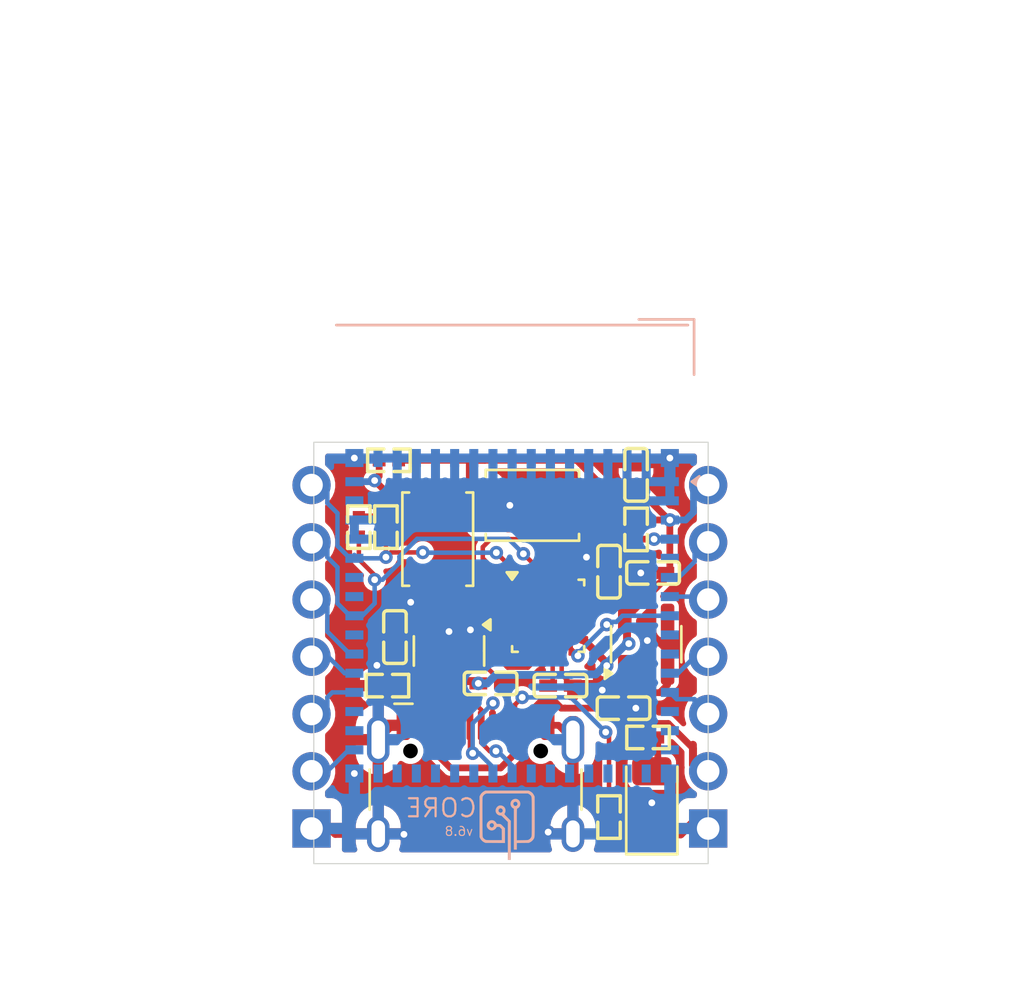
<source format=kicad_pcb>
(kicad_pcb (version 20241229) (generator "pcbnew") (generator_version "9.0")
  (layers (0 "F.Cu" signal) (2 "B.Cu" signal) (13 "F.Paste" user) (15 "B.Paste" user) (5 "F.SilkS" user "F.Silkscreen") (7 "B.SilkS" user "B.Silkscreen") (1 "F.Mask" user) (3 "B.Mask" user) (25 "Edge.Cuts" user))
  (net 0 "")
  (net 1 "BOOT")
  (net 2 "GND")
  (net 3 "+5V")
  (net 4 "Net-(D1-A)")
  (net 5 "USB_D_MINUS")
  (net 6 "USB_D_PLUS")
  (net 7 "EN")
  (net 15 "IO8")
  (net 17 "+3.3V")
  (net 19 "SDA")
  (net 20 "SCL")
  (net 25 "IO5")
  (net 27 "IO4")
  (net 30 "IO7")
  (net 36 "INT")
  (net 37 "IO2")
  (net 38 "IO6")
  (net 39 "IO3")
  (net 40 "IO1")
  (net 42 "Net-(J2-CC1)")
  (net 43 "Net-(J2-CC2)")
  (net 49 "Net-(U1-VO)")
  (net 50 "Net-(U2-REGOUT)")
  (footprint "Package_TO_SOT_SMD:SOT-23-5" (layer "F.Cu") (at 174.15 101.4625 90)
    (property "Reference" "U3" (hide yes))
    (property "Value" "AP2112K-3.3" (hide yes))
    (pad "1" smd roundrect (at -1.1375 -0.95 90) (size 1.325 0.6) (layers "F.Cu" "F.Mask" "F.Paste") (net 3 "+5V"))
    (pad "2" smd roundrect (at -1.1375 0 90) (size 1.325 0.6) (layers "F.Cu" "F.Mask" "F.Paste") (net 2 "GND"))
    (pad "3" smd roundrect (at -1.1375 0.95 90) (size 1.325 0.6) (layers "F.Cu" "F.Mask" "F.Paste") (net 3 "+5V"))
    (pad "4" smd roundrect (at 1.1375 0.95 90) (size 1.325 0.6) (layers "F.Cu" "F.Mask" "F.Paste"))
    (pad "5" smd roundrect (at 1.1375 -0.95 90) (size 1.325 0.6) (layers "F.Cu" "F.Mask" "F.Paste") (net 17 "+3.3V"))
  )
  (footprint "LED_SMD:LED_1206_3216Metric" (layer "F.Cu") (at 174.4 108.5 90)
    (property "Reference" "D1" (hide yes))
    (property "Value" "LTST-C150RKT" (hide yes))
    (pad "1" smd roundrect (at -1.4 0 90) (size 1.25 1.75) (layers "F.Cu" "F.Mask" "F.Paste") (roundrect_rratio 0.2) (net 2 "GND"))
    (pad "2" smd roundrect (at 1.4 0 90) (size 1.25 1.75) (layers "F.Cu" "F.Mask" "F.Paste") (roundrect_rratio 0.2) (net 4 "Net-(D1-A)"))
  )
  (footprint "Connector_PinHeader_2.54mm:PinHeader_1x07_P2.54mm_Vertical" (layer "F.Cu") (at 176.9 109.64 180)
    (property "Reference" "J3" (hide yes))
    (property "Value" "Conn_01x07_Pin" (hide yes))
    (pad "1" thru_hole rect (at 0 0 180) (size 1.7 1.7) (drill 1) (layers "*.Cu" "*.Mask") (net 2 "GND"))
    (pad "2" thru_hole circle (at 0 2.54 180) (size 1.7 1.7) (drill 1) (layers "*.Cu" "*.Mask") (net 3 "+5V"))
    (pad "3" thru_hole circle (at 0 5.08 180) (size 1.7 1.7) (drill 1) (layers "*.Cu" "*.Mask") (net 15 "IO8"))
    (pad "4" thru_hole circle (at 0 7.62 180) (size 1.7 1.7) (drill 1) (layers "*.Cu" "*.Mask") (net 30 "IO7"))
    (pad "5" thru_hole circle (at 0 10.16 180) (size 1.7 1.7) (drill 1) (layers "*.Cu" "*.Mask") (net 38 "IO6"))
    (pad "6" thru_hole circle (at 0 12.7 180) (size 1.7 1.7) (drill 1) (layers "*.Cu" "*.Mask") (net 25 "IO5"))
    (pad "7" thru_hole circle (at 0 15.24 180) (size 1.7 1.7) (drill 1) (layers "*.Cu" "*.Mask") (net 17 "+3.3V"))
  )
  (footprint "10uF:C0402" (layer "F.Cu") (at 173.7 93.9451 -90)
    (property "Reference" "C6" (hide yes))
    (property "Value" "100nF" (hide yes))
    (pad "1" smd rect (at -0.5451 0 270) (size 0.7901 0.54) (layers "F.Cu" "F.Mask" "F.Paste") (net 2 "GND"))
    (pad "2" smd rect (at 0.5451 0 270) (size 0.7901 0.54) (layers "F.Cu" "F.Mask" "F.Paste") (net 17 "+3.3V"))
  )
  (footprint "Connector_USB:USB_C_Receptacle_HCTL_HC-TYPE-C-16P-01A" (layer "F.Cu") (at 166.58 108.805)
    (property "Reference" "J2" (hide yes))
    (property "Value" "USB_C_Receptacle_USB2.0_16P" (hide yes))
    (pad "" np_thru_hole circle (at -2.89 -2.605) (size 0.65 0.65) (drill 0.65) (layers "*.Mask"))
    (pad "" np_thru_hole circle (at 2.89 -2.605) (size 0.65 0.65) (drill 0.65) (layers "*.Mask"))
    (pad "A1" smd roundrect (at -3.2 -3.745) (size 0.6 1.3) (layers "F.Cu" "F.Mask" "F.Paste") (net 2 "GND"))
    (pad "A4" smd roundrect (at -2.4 -3.745) (size 0.6 1.3) (layers "F.Cu" "F.Mask" "F.Paste") (net 3 "+5V"))
    (pad "A5" smd roundrect (at -1.25 -3.745) (size 0.3 1.3) (layers "F.Cu" "F.Mask" "F.Paste") (net 42 "Net-(J2-CC1)"))
    (pad "A6" smd roundrect (at -0.25 -3.745) (size 0.3 1.3) (layers "F.Cu" "F.Mask" "F.Paste") (net 6 "USB_D_PLUS"))
    (pad "A7" smd roundrect (at 0.25 -3.745) (size 0.3 1.3) (layers "F.Cu" "F.Mask" "F.Paste") (net 5 "USB_D_MINUS"))
    (pad "A8" smd roundrect (at 1.25 -3.745) (size 0.3 1.3) (layers "F.Cu" "F.Mask" "F.Paste"))
    (pad "A9" smd roundrect (at 2.4 -3.745) (size 0.6 1.3) (layers "F.Cu" "F.Mask" "F.Paste") (net 3 "+5V"))
    (pad "A12" smd roundrect (at 3.2 -3.745) (size 0.6 1.3) (layers "F.Cu" "F.Mask" "F.Paste") (net 2 "GND"))
    (pad "B1" smd roundrect (at 3.2 -3.745) (size 0.6 1.3) (layers "F.Cu" "F.Mask" "F.Paste") (net 2 "GND"))
    (pad "B4" smd roundrect (at 2.4 -3.745) (size 0.6 1.3) (layers "F.Cu" "F.Mask" "F.Paste") (net 3 "+5V"))
    (pad "B5" smd roundrect (at 1.75 -3.745) (size 0.3 1.3) (layers "F.Cu" "F.Mask" "F.Paste") (net 43 "Net-(J2-CC2)"))
    (pad "B6" smd roundrect (at 0.75 -3.745) (size 0.3 1.3) (layers "F.Cu" "F.Mask" "F.Paste") (net 6 "USB_D_PLUS"))
    (pad "B7" smd roundrect (at -0.75 -3.745) (size 0.3 1.3) (layers "F.Cu" "F.Mask" "F.Paste") (net 5 "USB_D_MINUS"))
    (pad "B8" smd roundrect (at -1.75 -3.745) (size 0.3 1.3) (layers "F.Cu" "F.Mask" "F.Paste"))
    (pad "B9" smd roundrect (at -2.4 -3.745) (size 0.6 1.3) (layers "F.Cu" "F.Mask" "F.Paste") (net 3 "+5V"))
    (pad "B12" smd roundrect (at -3.2 -3.745) (size 0.6 1.3) (layers "F.Cu" "F.Mask" "F.Paste") (net 2 "GND"))
    (pad "S1" thru_hole oval (at -4.32 -3.105) (size 1 2.1) (drill oval 0.6 1.7) (property pad_prop_heatsink) (layers "*.Cu" "*.Mask") (net 2 "GND"))
    (pad "S1" thru_hole oval (at -4.32 1.075) (size 1 1.6) (drill oval 0.6 1.2) (property pad_prop_heatsink) (layers "*.Cu" "*.Mask") (net 2 "GND"))
    (pad "S1" thru_hole oval (at 4.32 -3.105) (size 1 2.1) (drill oval 0.6 1.7) (property pad_prop_heatsink) (layers "*.Cu" "*.Mask") (net 2 "GND"))
    (pad "S1" thru_hole oval (at 4.32 1.075) (size 1 1.6) (drill oval 0.6 1.2) (property pad_prop_heatsink) (layers "*.Cu" "*.Mask") (net 2 "GND"))
  )
  (footprint "10uF:C0402" (layer "F.Cu") (at 172.5 98.2451 90)
    (property "Reference" "C2" (hide yes))
    (property "Value" "100nF" (hide yes))
    (pad "1" smd rect (at -0.5451 0 90) (size 0.7901 0.54) (layers "F.Cu" "F.Mask" "F.Paste") (net 17 "+3.3V"))
    (pad "2" smd rect (at 0.5451 0 90) (size 0.7901 0.54) (layers "F.Cu" "F.Mask" "F.Paste") (net 2 "GND"))
  )
  (footprint "Connector_PinHeader_2.54mm:PinHeader_1x07_P2.54mm_Vertical" (layer "F.Cu") (at 159.3 109.64 180)
    (property "Reference" "J1" (hide yes))
    (property "Value" "Conn_01x07_Pin" (hide yes))
    (pad "1" thru_hole rect (at 0 0 180) (size 1.7 1.7) (drill 1) (layers "*.Cu" "*.Mask") (net 2 "GND"))
    (pad "2" thru_hole circle (at 0 2.54 180) (size 1.7 1.7) (drill 1) (layers "*.Cu" "*.Mask") (net 27 "IO4"))
    (pad "3" thru_hole circle (at 0 5.08 180) (size 1.7 1.7) (drill 1) (layers "*.Cu" "*.Mask") (net 39 "IO3"))
    (pad "4" thru_hole circle (at 0 7.62 180) (size 1.7 1.7) (drill 1) (layers "*.Cu" "*.Mask") (net 37 "IO2"))
    (pad "5" thru_hole circle (at 0 10.16 180) (size 1.7 1.7) (drill 1) (layers "*.Cu" "*.Mask") (net 40 "IO1"))
    (pad "6" thru_hole circle (at 0 12.7 180) (size 1.7 1.7) (drill 1) (layers "*.Cu" "*.Mask") (net 20 "SCL"))
    (pad "7" thru_hole circle (at 0 15.24 180) (size 1.7 1.7) (drill 1) (layers "*.Cu" "*.Mask") (net 19 "SDA"))
  )
  (footprint "10uF:C0402" (layer "F.Cu") (at 163 101.1451 90)
    (property "Reference" "C1" (hide yes))
    (property "Value" "100nF" (hide yes))
    (pad "1" smd rect (at -0.5451 0 90) (size 0.7901 0.54) (layers "F.Cu" "F.Mask" "F.Paste") (net 2 "GND"))
    (pad "2" smd rect (at 0.5451 0 90) (size 0.7901 0.54) (layers "F.Cu" "F.Mask" "F.Paste") (net 49 "Net-(U1-VO)"))
  )
  (footprint "0402:R0402" (layer "F.Cu") (at 172.5 109.1328 -90)
    (property "Reference" "R2" (hide yes))
    (property "Value" "RC0402FR-075K1L (5.1kΩ)" (hide yes))
    (pad "1" smd rect (at -0.4328 0 270) (size 0.5657 0.54) (layers "F.Cu" "F.Mask" "F.Paste") (net 43 "Net-(J2-CC2)"))
    (pad "2" smd rect (at 0.4328 0 270) (size 0.5657 0.54) (layers "F.Cu" "F.Mask" "F.Paste") (net 2 "GND"))
  )
  (footprint "0402:R0402" (layer "F.Cu") (at 162.7328 93.3 180)
    (property "Reference" "R5" (hide yes))
    (property "Value" "RC0402FR-075K1L (5.1kΩ)" (hide yes))
    (pad "1" smd rect (at -0.4328 0 180) (size 0.5657 0.54) (layers "F.Cu" "F.Mask" "F.Paste") (net 17 "+3.3V"))
    (pad "2" smd rect (at 0.4328 0 180) (size 0.5657 0.54) (layers "F.Cu" "F.Mask" "F.Paste") (net 7 "EN"))
  )
  (footprint "Button_Switch_SMD:SW_Push_SPST_NO_Alps_SKRK" (layer "F.Cu") (at 164.9 96.8 -90)
    (property "Reference" "SW2" (hide yes))
    (property "Value" "SKRKAGE020" (hide yes))
    (pad "1" smd roundrect (at -2.1 0 270) (size 0.8 2) (layers "F.Cu" "F.Mask" "F.Paste") (net 7 "EN"))
    (pad "2" smd roundrect (at 2.1 0 270) (size 0.8 2) (layers "F.Cu" "F.Mask" "F.Paste") (net 2 "GND"))
  )
  (footprint "Sensor_Motion:InvenSense_QFN-24_3x3mm_P0.4mm" (layer "F.Cu") (at 169.8 100.2)
    (property "Reference" "U2" (hide yes))
    (property "Value" "ICM-20948" (hide yes))
    (pad "1" smd roundrect (at -1.5 -1) (size 0.55 0.2) (layers "F.Cu" "F.Mask" "F.Paste"))
    (pad "2" smd roundrect (at -1.5 -0.6) (size 0.55 0.2) (layers "F.Cu" "F.Mask" "F.Paste"))
    (pad "3" smd roundrect (at -1.5 -0.2) (size 0.55 0.2) (layers "F.Cu" "F.Mask" "F.Paste"))
    (pad "4" smd roundrect (at -1.5 0.2) (size 0.55 0.2) (layers "F.Cu" "F.Mask" "F.Paste"))
    (pad "5" smd roundrect (at -1.5 0.6) (size 0.55 0.2) (layers "F.Cu" "F.Mask" "F.Paste"))
    (pad "6" smd roundrect (at -1.5 1) (size 0.55 0.2) (layers "F.Cu" "F.Mask" "F.Paste"))
    (pad "7" smd roundrect (at -1 1.5 90) (size 0.55 0.2) (layers "F.Cu" "F.Mask" "F.Paste"))
    (pad "8" smd roundrect (at -0.6 1.5 90) (size 0.55 0.2) (layers "F.Cu" "F.Mask" "F.Paste") (net 49 "Net-(U1-VO)"))
    (pad "9" smd roundrect (at -0.2 1.5 90) (size 0.55 0.2) (layers "F.Cu" "F.Mask" "F.Paste") (net 2 "GND"))
    (pad "10" smd roundrect (at 0.2 1.5 90) (size 0.55 0.2) (layers "F.Cu" "F.Mask" "F.Paste") (net 50 "Net-(U2-REGOUT)"))
    (pad "11" smd roundrect (at 0.6 1.5 90) (size 0.55 0.2) (layers "F.Cu" "F.Mask" "F.Paste") (net 2 "GND"))
    (pad "12" smd roundrect (at 1 1.5 90) (size 0.55 0.2) (layers "F.Cu" "F.Mask" "F.Paste") (net 36 "INT"))
    (pad "13" smd roundrect (at 1.5 1) (size 0.55 0.2) (layers "F.Cu" "F.Mask" "F.Paste") (net 17 "+3.3V"))
    (pad "14" smd roundrect (at 1.5 0.6) (size 0.55 0.2) (layers "F.Cu" "F.Mask" "F.Paste"))
    (pad "15" smd roundrect (at 1.5 0.2) (size 0.55 0.2) (layers "F.Cu" "F.Mask" "F.Paste"))
    (pad "16" smd roundrect (at 1.5 -0.2) (size 0.55 0.2) (layers "F.Cu" "F.Mask" "F.Paste"))
    (pad "17" smd roundrect (at 1.5 -0.6) (size 0.55 0.2) (layers "F.Cu" "F.Mask" "F.Paste"))
    (pad "18" smd roundrect (at 1.5 -1) (size 0.55 0.2) (layers "F.Cu" "F.Mask" "F.Paste") (net 2 "GND"))
    (pad "19" smd roundrect (at 1 -1.5 90) (size 0.55 0.2) (layers "F.Cu" "F.Mask" "F.Paste"))
    (pad "20" smd roundrect (at 0.6 -1.5 90) (size 0.55 0.2) (layers "F.Cu" "F.Mask" "F.Paste") (net 2 "GND"))
    (pad "21" smd roundrect (at 0.2 -1.5 90) (size 0.55 0.2) (layers "F.Cu" "F.Mask" "F.Paste"))
    (pad "22" smd roundrect (at -0.2 -1.5 90) (size 0.55 0.2) (layers "F.Cu" "F.Mask" "F.Paste") (net 49 "Net-(U1-VO)"))
    (pad "23" smd roundrect (at -0.6 -1.5 90) (size 0.55 0.2) (layers "F.Cu" "F.Mask" "F.Paste") (net 20 "SCL"))
    (pad "24" smd roundrect (at -1 -1.5 90) (size 0.55 0.2) (layers "F.Cu" "F.Mask" "F.Paste") (net 19 "SDA"))
    (zone (net 0) (net_name "") (layer "F.Cu") (connect_pads (clearance 0)) (min_thickness 0.254)
      (keepout (tracks not_allowed) (vias not_allowed) (pads not_allowed) (copperpour not_allowed) (footprints allowed))
      (fill (thermal_gap 0.508) (thermal_bridge_width 0.508))
      (polygon (pts (xy 168.925 99.405) (xy 170.675 99.405) (xy 170.675 100.995) (xy 168.925 100.995)))
    )
  )
  (footprint "10uF:C0402" (layer "F.Cu") (at 173.1451 104.3)
    (property "Reference" "C4" (hide yes))
    (property "Value" "10uF" (hide yes))
    (pad "1" smd rect (at -0.5451 0) (size 0.7901 0.54) (layers "F.Cu" "F.Mask" "F.Paste") (net 3 "+5V"))
    (pad "2" smd rect (at 0.5451 0) (size 0.7901 0.54) (layers "F.Cu" "F.Mask" "F.Paste") (net 2 "GND"))
  )
  (footprint "0402:R0402" (layer "F.Cu") (at 161.4 96.2672 -90)
    (property "Reference" "R7" (hide yes))
    (property "Value" "RC0402FR-075K1L (5.1kΩ)" (hide yes))
    (pad "1" smd rect (at -0.4328 0 270) (size 0.5657 0.54) (layers "F.Cu" "F.Mask" "F.Paste") (net 17 "+3.3V"))
    (pad "2" smd rect (at 0.4328 0 270) (size 0.5657 0.54) (layers "F.Cu" "F.Mask" "F.Paste") (net 20 "SCL"))
  )
  (footprint "10uF:C0402" (layer "F.Cu") (at 167.2451 103.2 180)
    (property "Reference" "C7" (hide yes))
    (property "Value" "10uF")
    (pad "1" smd rect (at -0.5451 0 180) (size 0.7901 0.54) (layers "F.Cu" "F.Mask" "F.Paste") (net 2 "GND"))
    (pad "2" smd rect (at 0.5451 0 180) (size 0.7901 0.54) (layers "F.Cu" "F.Mask" "F.Paste") (net 17 "+3.3V"))
  )
  (footprint "Button_Switch_SMD:SW_Push_SPST_NO_Alps_SKRK" (layer "F.Cu") (at 169.1 95.3)
    (property "Reference" "SW1" (hide yes))
    (property "Value" "SKRKAGE020" (hide yes))
    (pad "1" smd roundrect (at -2.1 0) (size 0.8 2) (layers "F.Cu" "F.Mask" "F.Paste") (net 2 "GND"))
    (pad "2" smd roundrect (at 2.1 0) (size 0.8 2) (layers "F.Cu" "F.Mask" "F.Paste") (net 1 "BOOT"))
  )
  (footprint "0402:R0402" (layer "F.Cu") (at 173.7 96.3672 -90)
    (property "Reference" "R4" (hide yes))
    (property "Value" "RC0402FR-075K1L (5.1kΩ)" (hide yes))
    (pad "1" smd rect (at -0.4328 0 270) (size 0.5657 0.54) (layers "F.Cu" "F.Mask" "F.Paste") (net 17 "+3.3V"))
    (pad "2" smd rect (at 0.4328 0 270) (size 0.5657 0.54) (layers "F.Cu" "F.Mask" "F.Paste") (net 1 "BOOT"))
  )
  (footprint "0402:R0402" (layer "F.Cu") (at 174.2328 105.6)
    (property "Reference" "R3" (hide yes))
    (property "Value" "RC0402FR-13220RL (220Ω)" (hide yes))
    (pad "1" smd rect (at -0.4328 0) (size 0.5657 0.54) (layers "F.Cu" "F.Mask" "F.Paste") (net 3 "+5V"))
    (pad "2" smd rect (at 0.4328 0) (size 0.5657 0.54) (layers "F.Cu" "F.Mask" "F.Paste") (net 4 "Net-(D1-A)"))
  )
  (footprint "0402:R0402" (layer "F.Cu") (at 162.6 96.2672 -90)
    (property "Reference" "R6" (hide yes))
    (property "Value" "RC0402FR-075K1L (5.1kΩ)" (hide yes))
    (pad "1" smd rect (at -0.4328 0 270) (size 0.5657 0.54) (layers "F.Cu" "F.Mask" "F.Paste") (net 17 "+3.3V"))
    (pad "2" smd rect (at 0.4328 0 270) (size 0.5657 0.54) (layers "F.Cu" "F.Mask" "F.Paste") (net 19 "SDA"))
  )
  (footprint "10uF:C0402" (layer "F.Cu") (at 170.3451 103.3)
    (property "Reference" "C3" (hide yes))
    (property "Value" "100nF" (hide yes))
    (pad "1" smd rect (at -0.5451 0) (size 0.7901 0.54) (layers "F.Cu" "F.Mask" "F.Paste") (net 50 "Net-(U2-REGOUT)"))
    (pad "2" smd rect (at 0.5451 0) (size 0.7901 0.54) (layers "F.Cu" "F.Mask" "F.Paste") (net 2 "GND"))
  )
  (footprint "Package_TO_SOT_SMD:SOT-23" (layer "F.Cu") (at 165.4 101.7625 -90)
    (property "Reference" "U1" (hide yes))
    (property "Value" "AP2127N-1.8" (hide yes))
    (pad "1" smd roundrect (at -0.9375 -0.95 270) (size 1.475 0.6) (layers "F.Cu" "F.Mask" "F.Paste") (net 2 "GND"))
    (pad "2" smd roundrect (at -0.9375 0.95 270) (size 1.475 0.6) (layers "F.Cu" "F.Mask" "F.Paste") (net 49 "Net-(U1-VO)"))
    (pad "3" smd roundrect (at 0.9375 0 270) (size 1.475 0.6) (layers "F.Cu" "F.Mask" "F.Paste") (net 17 "+3.3V"))
  )
  (footprint "0402:R0402" (layer "F.Cu") (at 162.6672 103.3 180)
    (property "Reference" "R1" (hide yes))
    (property "Value" "RC0402FR-075K1L (5.1kΩ)" (hide yes))
    (pad "1" smd rect (at -0.4328 0 180) (size 0.5657 0.54) (layers "F.Cu" "F.Mask" "F.Paste") (net 42 "Net-(J2-CC1)"))
    (pad "2" smd rect (at 0.4328 0 180) (size 0.5657 0.54) (layers "F.Cu" "F.Mask" "F.Paste") (net 2 "GND"))
  )
  (footprint "10uF:C0402" (layer "F.Cu") (at 174.4549 98.3 180)
    (property "Reference" "C5" (hide yes))
    (property "Value" "22uF" (hide yes))
    (pad "1" smd rect (at -0.5451 0 180) (size 0.7901 0.54) (layers "F.Cu" "F.Mask" "F.Paste") (net 17 "+3.3V"))
    (pad "2" smd rect (at 0.5451 0 180) (size 0.7901 0.54) (layers "F.Cu" "F.Mask" "F.Paste") (net 2 "GND"))
  )
  (footprint "LOGO" (layer "B.Cu") (at 168 109.4 180)
    (property "Reference" "G***" (hide yes))
    (property "Value" "LOGO" (hide yes))
  )
  (footprint "RF_Module:ESP32-S2-MINI-1" (layer "B.Cu") (at 168.2 97.65 180)
    (property "Reference" "U4" (hide yes))
    (property "Value" "ESP32-S3-MINI-1" (hide yes))
    (pad "1" smd rect (at -7 3.4 180) (size 0.8 0.4) (layers "B.Cu" "B.Mask" "B.Paste") (net 2 "GND"))
    (pad "2" smd rect (at -7 2.55 180) (size 0.8 0.4) (layers "B.Cu" "B.Mask" "B.Paste") (net 2 "GND"))
    (pad "3" smd rect (at -7 1.7 180) (size 0.8 0.4) (layers "B.Cu" "B.Mask" "B.Paste") (net 17 "+3.3V"))
    (pad "4" smd rect (at -7 0.85 180) (size 0.8 0.4) (layers "B.Cu" "B.Mask" "B.Paste") (net 1 "BOOT"))
    (pad "5" smd rect (at -7 0 180) (size 0.8 0.4) (layers "B.Cu" "B.Mask" "B.Paste"))
    (pad "6" smd rect (at -7 -0.85 180) (size 0.8 0.4) (layers "B.Cu" "B.Mask" "B.Paste") (net 25 "IO5"))
    (pad "7" smd rect (at -7 -1.7 180) (size 0.8 0.4) (layers "B.Cu" "B.Mask" "B.Paste") (net 38 "IO6"))
    (pad "8" smd rect (at -7 -2.55 180) (size 0.8 0.4) (layers "B.Cu" "B.Mask" "B.Paste") (net 36 "INT"))
    (pad "9" smd rect (at -7 -3.4 180) (size 0.8 0.4) (layers "B.Cu" "B.Mask" "B.Paste"))
    (pad "10" smd rect (at -7 -4.25 180) (size 0.8 0.4) (layers "B.Cu" "B.Mask" "B.Paste"))
    (pad "11" smd rect (at -7 -5.1 180) (size 0.8 0.4) (layers "B.Cu" "B.Mask" "B.Paste") (net 30 "IO7"))
    (pad "12" smd rect (at -7 -5.95 180) (size 0.8 0.4) (layers "B.Cu" "B.Mask" "B.Paste") (net 15 "IO8"))
    (pad "13" smd rect (at -7 -6.8 180) (size 0.8 0.4) (layers "B.Cu" "B.Mask" "B.Paste"))
    (pad "14" smd rect (at -7 -7.65 180) (size 0.8 0.4) (layers "B.Cu" "B.Mask" "B.Paste"))
    (pad "15" smd rect (at -7 -8.5 180) (size 0.8 0.4) (layers "B.Cu" "B.Mask" "B.Paste"))
    (pad "16" smd rect (at -5.95 -9.55 90) (size 0.8 0.4) (layers "B.Cu" "B.Mask" "B.Paste"))
    (pad "17" smd rect (at -5.1 -9.55 90) (size 0.8 0.4) (layers "B.Cu" "B.Mask" "B.Paste"))
    (pad "18" smd rect (at -4.25 -9.55 90) (size 0.8 0.4) (layers "B.Cu" "B.Mask" "B.Paste"))
    (pad "19" smd rect (at -3.4 -9.55 90) (size 0.8 0.4) (layers "B.Cu" "B.Mask" "B.Paste"))
    (pad "20" smd rect (at -2.55 -9.55 90) (size 0.8 0.4) (layers "B.Cu" "B.Mask" "B.Paste"))
    (pad "21" smd rect (at -1.7 -9.55 90) (size 0.8 0.4) (layers "B.Cu" "B.Mask" "B.Paste"))
    (pad "22" smd rect (at -0.85 -9.55 90) (size 0.8 0.4) (layers "B.Cu" "B.Mask" "B.Paste"))
    (pad "23" smd rect (at 0 -9.55 90) (size 0.8 0.4) (layers "B.Cu" "B.Mask" "B.Paste") (net 5 "USB_D_MINUS"))
    (pad "24" smd rect (at 0.85 -9.55 90) (size 0.8 0.4) (layers "B.Cu" "B.Mask" "B.Paste") (net 6 "USB_D_PLUS"))
    (pad "25" smd rect (at 1.7 -9.55 90) (size 0.8 0.4) (layers "B.Cu" "B.Mask" "B.Paste"))
    (pad "26" smd rect (at 2.55 -9.55 90) (size 0.8 0.4) (layers "B.Cu" "B.Mask" "B.Paste"))
    (pad "27" smd rect (at 3.4 -9.55 90) (size 0.8 0.4) (layers "B.Cu" "B.Mask" "B.Paste"))
    (pad "28" smd rect (at 4.25 -9.55 90) (size 0.8 0.4) (layers "B.Cu" "B.Mask" "B.Paste"))
    (pad "29" smd rect (at 5.1 -9.55 90) (size 0.8 0.4) (layers "B.Cu" "B.Mask" "B.Paste"))
    (pad "30" smd rect (at 5.95 -9.55 90) (size 0.8 0.4) (layers "B.Cu" "B.Mask" "B.Paste"))
    (pad "31" smd rect (at 7 -8.5 180) (size 0.8 0.4) (layers "B.Cu" "B.Mask" "B.Paste") (net 27 "IO4"))
    (pad "32" smd rect (at 7 -7.65 180) (size 0.8 0.4) (layers "B.Cu" "B.Mask" "B.Paste"))
    (pad "33" smd rect (at 7 -6.8 180) (size 0.8 0.4) (layers "B.Cu" "B.Mask" "B.Paste"))
    (pad "34" smd rect (at 7 -5.95 180) (size 0.8 0.4) (layers "B.Cu" "B.Mask" "B.Paste") (net 39 "IO3"))
    (pad "35" smd rect (at 7 -5.1 180) (size 0.8 0.4) (layers "B.Cu" "B.Mask" "B.Paste") (net 37 "IO2"))
    (pad "36" smd rect (at 7 -4.25 180) (size 0.8 0.4) (layers "B.Cu" "B.Mask" "B.Paste") (net 40 "IO1"))
    (pad "37" smd rect (at 7 -3.4 180) (size 0.8 0.4) (layers "B.Cu" "B.Mask" "B.Paste"))
    (pad "38" smd rect (at 7 -2.55 180) (size 0.8 0.4) (layers "B.Cu" "B.Mask" "B.Paste") (net 20 "SCL"))
    (pad "39" smd rect (at 7 -1.7 180) (size 0.8 0.4) (layers "B.Cu" "B.Mask" "B.Paste"))
    (pad "40" smd rect (at 7 -0.85 180) (size 0.8 0.4) (layers "B.Cu" "B.Mask" "B.Paste"))
    (pad "41" smd rect (at 7 0 180) (size 0.8 0.4) (layers "B.Cu" "B.Mask" "B.Paste") (net 19 "SDA"))
    (pad "42" smd rect (at 7 0.85 180) (size 0.8 0.4) (layers "B.Cu" "B.Mask" "B.Paste") (net 2 "GND"))
    (pad "43" smd rect (at 7 1.7 180) (size 0.8 0.4) (layers "B.Cu" "B.Mask" "B.Paste") (net 2 "GND"))
    (pad "44" smd rect (at 7 2.55 180) (size 0.8 0.4) (layers "B.Cu" "B.Mask" "B.Paste"))
    (pad "45" smd rect (at 7 3.4 180) (size 0.8 0.4) (layers "B.Cu" "B.Mask" "B.Paste") (net 7 "EN"))
    (pad "46" smd rect (at 5.95 4.45 90) (size 0.8 0.4) (layers "B.Cu" "B.Mask" "B.Paste") (net 2 "GND"))
    (pad "47" smd rect (at 5.1 4.45 90) (size 0.8 0.4) (layers "B.Cu" "B.Mask" "B.Paste") (net 2 "GND"))
    (pad "48" smd rect (at 4.25 4.45 90) (size 0.8 0.4) (layers "B.Cu" "B.Mask" "B.Paste") (net 2 "GND"))
    (pad "49" smd rect (at 3.4 4.45 90) (size 0.8 0.4) (layers "B.Cu" "B.Mask" "B.Paste") (net 2 "GND"))
    (pad "50" smd rect (at 2.55 4.45 90) (size 0.8 0.4) (layers "B.Cu" "B.Mask" "B.Paste") (net 2 "GND"))
    (pad "51" smd rect (at 1.7 4.45 90) (size 0.8 0.4) (layers "B.Cu" "B.Mask" "B.Paste") (net 2 "GND"))
    (pad "52" smd rect (at 0.85 4.45 90) (size 0.8 0.4) (layers "B.Cu" "B.Mask" "B.Paste") (net 2 "GND"))
    (pad "53" smd rect (at 0 4.45 90) (size 0.8 0.4) (layers "B.Cu" "B.Mask" "B.Paste") (net 2 "GND"))
    (pad "54" smd rect (at -0.85 4.45 90) (size 0.8 0.4) (layers "B.Cu" "B.Mask" "B.Paste") (net 2 "GND"))
    (pad "55" smd rect (at -1.7 4.45 90) (size 0.8 0.4) (layers "B.Cu" "B.Mask" "B.Paste") (net 2 "GND"))
    (pad "56" smd rect (at -2.55 4.45 90) (size 0.8 0.4) (layers "B.Cu" "B.Mask" "B.Paste") (net 2 "GND"))
    (pad "57" smd rect (at -3.4 4.45 90) (size 0.8 0.4) (layers "B.Cu" "B.Mask" "B.Paste") (net 2 "GND"))
    (pad "58" smd rect (at -4.25 4.45 90) (size 0.8 0.4) (layers "B.Cu" "B.Mask" "B.Paste") (net 2 "GND"))
    (pad "59" smd rect (at -5.1 4.45 90) (size 0.8 0.4) (layers "B.Cu" "B.Mask" "B.Paste") (net 2 "GND"))
    (pad "60" smd rect (at -5.95 4.45 90) (size 0.8 0.4) (layers "B.Cu" "B.Mask" "B.Paste") (net 2 "GND"))
    (pad "61" smd rect (at -1.65 -4.2 180) (size 1.2 1.2) (property pad_prop_heatsink) (layers "B.Cu" "B.Mask" "B.Paste") (net 2 "GND"))
    (pad "61" smd rect (at -1.65 -2.55 180) (size 1.2 1.2) (property pad_prop_heatsink) (layers "B.Cu" "B.Mask" "B.Paste") (net 2 "GND"))
    (pad "61" smd roundrect (at -1.65 -0.9 180) (size 1.2 1.2) (property pad_prop_heatsink) (layers "B.Cu" "B.Mask" "B.Paste") (roundrect_rratio 0) (chamfer_ratio 0.33) (chamfer bottom_left) (net 2 "GND"))
    (pad "61" smd rect (at 0 -4.2 180) (size 1.2 1.2) (property pad_prop_heatsink) (layers "B.Cu" "B.Mask" "B.Paste") (net 2 "GND"))
    (pad "61" smd rect (at 0 -2.55 180) (size 1.2 1.2) (property pad_prop_heatsink) (layers "B.Cu" "B.Mask" "B.Paste") (net 2 "GND"))
    (pad "61" smd rect (at 0 -0.9 180) (size 1.2 1.2) (property pad_prop_heatsink) (layers "B.Cu" "B.Mask" "B.Paste") (net 2 "GND"))
    (pad "61" smd rect (at 1.65 -4.2 180) (size 1.2 1.2) (property pad_prop_heatsink) (layers "B.Cu" "B.Mask" "B.Paste") (net 2 "GND"))
    (pad "61" smd rect (at 1.65 -2.55 180) (size 1.2 1.2) (property pad_prop_heatsink) (layers "B.Cu" "B.Mask" "B.Paste") (net 2 "GND"))
    (pad "61" smd rect (at 1.65 -0.9 180) (size 1.2 1.2) (property pad_prop_heatsink) (layers "B.Cu" "B.Mask" "B.Paste") (net 2 "GND"))
    (pad "62" smd rect (at -7 4.45 180) (size 0.8 0.8) (layers "B.Cu" "B.Mask" "B.Paste") (net 2 "GND"))
    (pad "63" smd rect (at -7 -9.55 180) (size 0.8 0.8) (layers "B.Cu" "B.Mask" "B.Paste") (net 2 "GND"))
    (pad "64" smd rect (at 7 -9.55 180) (size 0.8 0.8) (layers "B.Cu" "B.Mask" "B.Paste") (net 2 "GND"))
    (pad "65" smd rect (at 7 4.45 180) (size 0.8 0.8) (layers "B.Cu" "B.Mask" "B.Paste") (net 2 "GND"))
    (zone (net 0) (net_name "") (layers "F.Cu" "B.Cu") (name "Antenna") (connect_pads (clearance 0)) (min_thickness 0.254)
      (keepout (tracks not_allowed) (vias not_allowed) (pads not_allowed) (copperpour not_allowed) (footprints not_allowed))
      (fill (thermal_gap 0.508) (thermal_bridge_width 0.508))
      (polygon (pts (xy 145.5 92.4) (xy 190.9 92.4) (xy 190.9 72.9) (xy 145.5 72.9)))
    )
  )
  (gr_rect (start 159.4 92.5) (end 176.9 111.2) (stroke (width 0.05)) (fill no) (layer "Edge.Cuts"))
  (gr_text "v6.8" (at 166.5 110 0) (layer "B.SilkS") (effects (font (size 0.4 0.4) (thickness 0.05)) (justify left bottom mirror)))
  (gr_text "CORE" (at 166.7 109.2 0) (layer "B.SilkS") (effects (font (size 0.8 0.8) (thickness 0.1)) (justify left bottom mirror)))
  (segment (start 174.5 96.8) (end 173.7 96.8) (width 0.3) (layer "F.Cu") (net 1))
  (segment (start 171.2 95.3) (end 172.7 96.8) (width 0.35) (layer "F.Cu") (net 1))
  (segment (start 172.7 96.8) (end 173.7 96.8) (width 0.35) (layer "F.Cu") (net 1))
  (via (at 174.5 96.8) (size 0.6) (drill 0.3) (layers "F.Cu" "B.Cu") (net 1))
  (segment (start 175.2 96.8) (end 174.5 96.8) (width 0.3) (layer "B.Cu") (net 1))
  (segment (start 171.3 99.2) (end 171.3 98.9) (width 0.2) (layer "F.Cu") (net 2))
  (segment (start 170.4 101.7) (end 170.4 102.8098) (width 0.2) (layer "F.Cu") (net 2))
  (segment (start 162.26 109.88) (end 160.331 109.88) (width 0.3) (layer "F.Cu") (net 2))
  (segment (start 167.7902 103.2) (end 166.35 101.7598) (width 0.2) (layer "F.Cu") (net 2))
  (segment (start 170.9 105.7) (end 170.9 109.88) (width 0.3) (layer "F.Cu") (net 2))
  (segment (start 170.8 97.6) (end 171.5 97.6) (width 0.2) (layer "F.Cu") (net 2))
  (segment (start 162.26 109.88) (end 160.356 109.88) (width 0.35) (layer "F.Cu") (net 2))
  (segment (start 163.38 105.06) (end 162.9 105.06) (width 0.3) (layer "F.Cu") (net 2))
  (segment (start 170.26 105.06) (end 170.9 105.7) (width 0.3) (layer "F.Cu") (net 2))
  (segment (start 164.9 97.5) (end 167 95.4) (width 0.35) (layer "F.Cu") (net 2))
  (segment (start 164.9 98.9) (end 164.9 98.1) (width 0.35) (layer "F.Cu") (net 2))
  (segment (start 174.4 109.9) (end 174.4 108.5) (width 0.2) (layer "F.Cu") (net 2))
  (segment (start 171.5 97.6) (end 171.4 97.6) (width 0.2) (layer "F.Cu") (net 2))
  (segment (start 174.0656 109.5656) (end 174.4 109.9) (width 0.2) (layer "F.Cu") (net 2))
  (segment (start 169.6 101.7) (end 169.6 102.4) (width 0.2) (layer "F.Cu") (net 2))
  (segment (start 162.2344 103.3) (end 162.2344 105.6744) (width 0.2) (layer "F.Cu") (net 2))
  (segment (start 162.2344 105.6744) (end 162.26 105.7) (width 0.2) (layer "F.Cu") (net 2))
  (segment (start 167 95.4) (end 167 95.3) (width 0.35) (layer "F.Cu") (net 2))
  (segment (start 170.4 98.7) (end 170.4 98) (width 0.2) (layer "F.Cu") (net 2))
  (segment (start 160.356 109.88) (end 160.076 109.6) (width 0.35) (layer "F.Cu") (net 2))
  (segment (start 168.8 103.2) (end 167.7902 103.2) (width 0.2) (layer "F.Cu") (net 2))
  (segment (start 162.26 105.7) (end 162.26 109.88) (width 0.3) (layer "F.Cu") (net 2))
  (segment (start 170.4 102.8098) (end 170.8902 103.3) (width 0.2) (layer "F.Cu") (net 2))
  (segment (start 170.4 98) (end 170.8 97.6) (width 0.2) (layer "F.Cu") (net 2))
  (segment (start 164.9 98.1) (end 164.9 97.5) (width 0.35) (layer "F.Cu") (net 2))
  (segment (start 175.684 109.9) (end 176.224 109.36) (width 0.35) (layer "F.Cu") (net 2))
  (segment (start 169.6 102.4) (end 168.8 103.2) (width 0.2) (layer "F.Cu") (net 2))
  (segment (start 160.331 109.88) (end 160.051 109.6) (width 0.3) (layer "F.Cu") (net 2))
  (segment (start 162.9 105.06) (end 162.26 105.7) (width 0.3) (layer "F.Cu") (net 2))
  (segment (start 174.4 109.9) (end 175.684 109.9) (width 0.35) (layer "F.Cu") (net 2))
  (segment (start 166.35 101.7598) (end 166.35 100.825) (width 0.2) (layer "F.Cu") (net 2))
  (segment (start 171.3 98.9) (end 172.5 97.7) (width 0.2) (layer "F.Cu") (net 2))
  (segment (start 172.5 109.5656) (end 174.0656 109.5656) (width 0.2) (layer "F.Cu") (net 2))
  (segment (start 169.78 105.06) (end 170.26 105.06) (width 0.3) (layer "F.Cu") (net 2))
  (via (at 171.5 97.6) (size 0.6) (drill 0.3) (layers "F.Cu" "B.Cu") (net 2))
  (via (at 166.35 100.825) (size 0.6) (drill 0.3) (layers "F.Cu" "B.Cu") (net 2))
  (via (at 163.4 109.9) (size 0.6) (drill 0.3) (layers "F.Cu" "B.Cu") (net 2))
  (via (at 162.2 102.4) (size 0.6) (drill 0.3) (layers "F.Cu" "B.Cu") (net 2))
  (via (at 161.2 93.2) (size 0.6) (drill 0.3) (layers "F.Cu" "B.Cu") (net 2))
  (via (at 169.8 109.8) (size 0.6) (drill 0.3) (layers "F.Cu" "B.Cu") (net 2))
  (via (at 174.2 101.3) (size 0.6) (drill 0.3) (layers "F.Cu" "B.Cu") (net 2))
  (via (at 165.4 100.9) (size 0.6) (drill 0.3) (layers "F.Cu" "B.Cu") (net 2))
  (via (at 173.6902 104.3) (size 0.6) (drill 0.3) (layers "F.Cu" "B.Cu") (net 2))
  (via (at 163.7 99.6) (size 0.6) (drill 0.3) (layers "F.Cu" "B.Cu") (net 2))
  (via (at 161.2 107.2) (size 0.6) (drill 0.3) (layers "F.Cu" "B.Cu") (net 2))
  (via (at 175.2 93.2) (size 0.6) (drill 0.3) (layers "F.Cu" "B.Cu") (net 2))
  (via (at 172.2 103.5) (size 0.6) (drill 0.3) (layers "F.Cu" "B.Cu") (net 2))
  (via (at 168.1 95.3) (size 0.6) (drill 0.3) (layers "F.Cu" "B.Cu") (net 2))
  (via (at 174.4 108.5) (size 0.6) (drill 0.3) (layers "F.Cu" "B.Cu") (net 2))
  (via (at 173.9098 98.3) (size 0.6) (drill 0.3) (layers "F.Cu" "B.Cu") (net 2))
  (segment (start 171.3 97.8) (end 171.5 97.6) (width 0.2) (layer "B.Cu") (net 2))
  (segment (start 173.788322 103.6135) (end 174.15 103.6135) (width 0.3) (layer "F.Cu") (net 3))
  (segment (start 171.253496 104.3) (end 172.6 104.3) (width 0.3) (layer "F.Cu") (net 3))
  (segment (start 167.693534 106.951) (end 168.98 105.664534) (width 0.3) (layer "F.Cu") (net 3))
  (segment (start 170.547504 104.299) (end 171.252496 104.299) (width 0.3) (layer "F.Cu") (net 3))
  (segment (start 176.249 106.1) (end 176.249 107.1) (width 0.3) (layer "F.Cu") (net 3))
  (segment (start 173.8 105.6) (end 173.8 105.21075) (width 0.3) (layer "F.Cu") (net 3))
  (segment (start 170.382678 104.3) (end 170.546504 104.3) (width 0.3) (layer "F.Cu") (net 3))
  (segment (start 165.466466 106.951) (end 167.693534 106.951) (width 0.3) (layer "F.Cu") (net 3))
  (segment (start 169.418322 104.059) (end 170.141678 104.059) (width 0.3) (layer "F.Cu") (net 3))
  (segment (start 174.03175 104.979) (end 175.128 104.979) (width 0.3) (layer "F.Cu") (net 3))
  (segment (start 172.6 104.4) (end 173.8 105.6) (width 0.3) (layer "F.Cu") (net 3))
  (segment (start 164.18 105.06) (end 164.18 105.664534) (width 0.3) (layer "F.Cu") (net 3))
  (segment (start 172.9 102.9) (end 173.2 102.6) (width 0.3) (layer "F.Cu") (net 3))
  (segment (start 168.98 104.497322) (end 169.418322 104.059) (width 0.3) (layer "F.Cu") (net 3))
  (segment (start 170.546504 104.3) (end 170.547504 104.299) (width 0.3) (layer "F.Cu") (net 3))
  (segment (start 172.6 104.3) (end 172.6 104.4) (width 0.3) (layer "F.Cu") (net 3))
  (segment (start 174.15 103.6135) (end 174.748999 103.6135) (width 0.3) (layer "F.Cu") (net 3))
  (segment (start 174.748999 103.6135) (end 175.1 103.262499) (width 0.3) (layer "F.Cu") (net 3))
  (segment (start 171.252496 104.299) (end 171.253496 104.3) (width 0.3) (layer "F.Cu") (net 3))
  (segment (start 164.18 105.664534) (end 165.466466 106.951) (width 0.3) (layer "F.Cu") (net 3))
  (segment (start 170.141678 104.059) (end 170.382678 104.3) (width 0.3) (layer "F.Cu") (net 3))
  (segment (start 175.128 104.979) (end 176.249 106.1) (width 0.3) (layer "F.Cu") (net 3))
  (segment (start 168.98 105.664534) (end 168.98 105.06) (width 0.3) (layer "F.Cu") (net 3))
  (segment (start 168.98 105.06) (end 168.98 104.497322) (width 0.3) (layer "F.Cu") (net 3))
  (segment (start 172.6 104.3) (end 172.9 104) (width 0.3) (layer "F.Cu") (net 3))
  (segment (start 173.8 105.21075) (end 174.03175 104.979) (width 0.3) (layer "F.Cu") (net 3))
  (segment (start 176.224 105.924) (end 176.224 106.82) (width 0.35) (layer "F.Cu") (net 3))
  (segment (start 173.1635 102.988678) (end 173.788322 103.6135) (width 0.3) (layer "F.Cu") (net 3))
  (segment (start 172.9 104) (end 172.9 102.9) (width 0.3) (layer "F.Cu") (net 3))
  (segment (start 174.4 107.3) (end 174.6656 107.0344) (width 0.3) (layer "F.Cu") (net 4))
  (segment (start 174.6656 107.0344) (end 174.6656 105.7) (width 0.3) (layer "F.Cu") (net 4))
  (segment (start 166.83 105.06) (end 166.83 104.376176) (width 0.2) (layer "F.Cu") (net 5))
  (segment (start 166.83 105.831472) (end 166.83 105.06) (width 0.2) (layer "F.Cu") (net 5))
  (segment (start 166.83 104.376176) (end 166.562824 104.109) (width 0.2) (layer "F.Cu") (net 5))
  (segment (start 165.83 104.376176) (end 165.83 105.06) (width 0.2) (layer "F.Cu") (net 5))
  (segment (start 166.562824 104.109) (end 166.097176 104.109) (width 0.2) (layer "F.Cu") (net 5))
  (segment (start 167.482131 106.205111) (end 167.203639 106.205111) (width 0.2) (layer "F.Cu") (net 5))
  (segment (start 167.203639 106.205111) (end 166.83 105.831472) (width 0.2) (layer "F.Cu") (net 5))
  (segment (start 166.097176 104.109) (end 165.83 104.376176) (width 0.2) (layer "F.Cu") (net 5))
  (via (at 167.482131 106.205111) (size 0.6) (drill 0.3) (layers "F.Cu" "B.Cu") (net 5))
  (segment (start 167.482131 106.205111) (end 167.485357 106.208337) (width 0.2) (layer "B.Cu") (net 5))
  (segment (start 168.2 106.848) (end 168.2 107.2) (width 0.2) (layer "B.Cu") (net 5))
  (segment (start 167.560337 106.208337) (end 168.2 106.848) (width 0.2) (layer "B.Cu") (net 5))
  (segment (start 167.485357 106.208337) (end 167.560337 106.208337) (width 0.2) (layer "B.Cu") (net 5))
  (segment (start 167.33 104.094757) (end 167.349236 104.075521) (width 0.2) (layer "F.Cu") (net 6))
  (segment (start 166.33 105.06) (end 166.33 106.180001) (width 0.2) (layer "F.Cu") (net 6))
  (segment (start 166.33 106.180001) (end 166.449999 106.3) (width 0.2) (layer "F.Cu") (net 6))
  (segment (start 167.33 105.06) (end 167.33 104.094757) (width 0.2) (layer "F.Cu") (net 6))
  (via (at 166.449999 106.3) (size 0.6) (drill 0.3) (layers "F.Cu" "B.Cu") (net 6))
  (via (at 167.349236 104.075521) (size 0.6) (drill 0.3) (layers "F.Cu" "B.Cu") (net 6))
  (segment (start 167.3 107.15) (end 167.35 107.2) (width 0.2) (layer "B.Cu") (net 6))
  (segment (start 166.727077 106.3) (end 167.35 106.922923) (width 0.2) (layer "B.Cu") (net 6))
  (segment (start 167.35 106.922923) (end 167.35 107.2) (width 0.2) (layer "B.Cu") (net 6))
  (segment (start 167.349236 104.075521) (end 166.449999 104.974758) (width 0.2) (layer "B.Cu") (net 6))
  (segment (start 166.449999 106.3) (end 166.727077 106.3) (width 0.2) (layer "B.Cu") (net 6))
  (segment (start 166.449999 104.974758) (end 166.449999 106.3) (width 0.2) (layer "B.Cu") (net 6))
  (segment (start 162.3 94) (end 162.3 93.3) (width 0.3) (layer "F.Cu") (net 7))
  (segment (start 162.1 94.2) (end 162.3 94) (width 0.3) (layer "F.Cu") (net 7))
  (segment (start 162.1 94.2) (end 162.6 94.7) (width 0.3) (layer "F.Cu") (net 7))
  (segment (start 162.6 94.7) (end 164.9 94.7) (width 0.3) (layer "F.Cu") (net 7))
  (via (at 162.1 94.2) (size 0.6) (drill 0.3) (layers "F.Cu" "B.Cu") (net 7))
  (segment (start 161.2 94.25) (end 162.05 94.25) (width 0.3) (layer "B.Cu") (net 7))
  (segment (start 162.05 94.25) (end 162.1 94.2) (width 0.3) (layer "B.Cu") (net 7))
  (segment (start 175.2 103.6) (end 175.5 103.9) (width 0.2) (layer "B.Cu") (net 15))
  (segment (start 175.5 103.9) (end 176.299 103.9) (width 0.2) (layer "B.Cu") (net 15))
  (segment (start 176.299 103.9) (end 176.299 104.28) (width 0.2) (layer "B.Cu") (net 15))
  (segment (start 172.4 102.413071) (end 172.4 102.3) (width 0.35) (layer "F.Cu") (net 17))
  (segment (start 168.2 93.3) (end 171.0656 93.3) (width 0.3) (layer "F.Cu") (net 17))
  (segment (start 172.4 102.3) (end 171.376 101.276) (width 0.35) (layer "F.Cu") (net 17))
  (segment (start 173.2 100.325) (end 173.2 99.4902) (width 0.35) (layer "F.Cu") (net 17))
  (segment (start 175.1598 95.95) (end 173.7 94.4902) (width 0.3) (layer "F.Cu") (net 17))
  (segment (start 163.1656 93.3) (end 167 93.3) (width 0.3) (layer "F.Cu") (net 17))
  (segment (start 173.7156 95.95) (end 173.7 95.9344) (width 0.3) (layer "F.Cu") (net 17))
  (segment (start 165.550374 95.8344) (end 161.4 95.8344) (width 0.3) (layer "F.Cu") (net 17))
  (segment (start 171.0656 93.3) (end 173.7 95.9344) (width 0.3) (layer "F.Cu") (net 17))
  (segment (start 167 93.3) (end 166.3 93.3) (width 0.3) (layer "F.Cu") (net 17))
  (segment (start 167 93.3) (end 168.2 93.3) (width 0.3) (layer "F.Cu") (net 17))
  (segment (start 173.3 101.360804) (end 173.3 100.425) (width 0.35) (layer "F.Cu") (net 17))
  (segment (start 166.3 95.084774) (end 165.550374 95.8344) (width 0.3) (layer "F.Cu") (net 17))
  (segment (start 166.6 103.1) (end 165.8 103.1) (width 0.35) (layer "F.Cu") (net 17))
  (segment (start 166.3 93.3) (end 166.3 95.084774) (width 0.3) (layer "F.Cu") (net 17))
  (segment (start 175.2 95.95) (end 173.7156 95.95) (width 0.3) (layer "F.Cu") (net 17))
  (segment (start 173.2 100.325) (end 175 98.525) (width 0.35) (layer "F.Cu") (net 17))
  (segment (start 175 98.525) (end 175 98.3) (width 0.35) (layer "F.Cu") (net 17))
  (segment (start 165.8 103.1) (end 165.4 102.7) (width 0.35) (layer "F.Cu") (net 17))
  (segment (start 173.376841 101.437645) (end 173.352696 101.4135) (width 0.2) (layer "F.Cu") (net 17))
  (segment (start 166.7 103.2) (end 166.6 103.1) (width 0.35) (layer "F.Cu") (net 17))
  (segment (start 175.2 95.95) (end 175.1598 95.95) (width 0.3) (layer "F.Cu") (net 17))
  (segment (start 171.376 101.276) (end 171.3 101.276) (width 0.35) (layer "F.Cu") (net 17))
  (segment (start 161.4 95.8344) (end 162.6 95.8344) (width 0.35) (layer "F.Cu") (net 17))
  (segment (start 173.2 99.4902) (end 172.5 98.7902) (width 0.35) (layer "F.Cu") (net 17))
  (segment (start 173.7656 96) (end 173.7 95.9344) (width 0.3) (layer "F.Cu") (net 17))
  (segment (start 175.2 98.1) (end 175 98.3) (width 0.3) (layer "F.Cu") (net 17))
  (segment (start 175.2 95.95) (end 175.2 98.1) (width 0.3) (layer "F.Cu") (net 17))
  (segment (start 173.376841 101.437645) (end 173.3 101.360804) (width 0.35) (layer "F.Cu") (net 17))
  (via (at 172.4 102.413071) (size 0.6) (drill 0.3) (layers "F.Cu" "B.Cu") (net 17))
  (via (at 166.7 103.2) (size 0.6) (drill 0.3) (layers "F.Cu" "B.Cu") (net 17))
  (via (at 173.376841 101.437645) (size 0.6) (drill 0.3) (layers "F.Cu" "B.Cu") (net 17))
  (via (at 175.2 95.95) (size 0.6) (drill 0.3) (layers "F.Cu" "B.Cu") (net 17))
  (segment (start 171.9135 102.8) (end 172.45675 102.25675) (width 0.35) (layer "B.Cu") (net 17))
  (segment (start 167.474 102.826) (end 170.826 102.826) (width 0.35) (layer "B.Cu") (net 17))
  (segment (start 172.45675 102.25675) (end 172.45675 102.356321) (width 0.35) (layer "B.Cu") (net 17))
  (segment (start 166.7 103.2) (end 167.1 103.2) (width 0.35) (layer "B.Cu") (net 17))
  (segment (start 167.1 103.2) (end 167.474 102.826) (width 0.35) (layer "B.Cu") (net 17))
  (segment (start 175.15 96) (end 175.2 95.95) (width 0.3) (layer "B.Cu") (net 17))
  (segment (start 175.2 95.95) (end 175.9 95.95) (width 0.3) (layer "B.Cu") (net 17))
  (segment (start 170.826 102.826) (end 170.826 102.8) (width 0.35) (layer "B.Cu") (net 17))
  (segment (start 173.275855 101.437645) (end 172.45675 102.25675) (width 0.35) (layer "B.Cu") (net 17))
  (segment (start 176.249 95.601) (end 176.249 94.12) (width 0.3) (layer "B.Cu") (net 17))
  (segment (start 172.45675 102.356321) (end 172.4 102.413071) (width 0.35) (layer "B.Cu") (net 17))
  (segment (start 173.376841 101.437645) (end 173.275855 101.437645) (width 0.35) (layer "B.Cu") (net 17))
  (segment (start 170.826 102.8) (end 171.9135 102.8) (width 0.35) (layer "B.Cu") (net 17))
  (segment (start 175.9 95.95) (end 176.249 95.601) (width 0.3) (layer "B.Cu") (net 17))
  (segment (start 162.810969 97.389031) (end 162.6 97.6) (width 0.2) (layer "F.Cu") (net 19))
  (segment (start 164.234184 97.389031) (end 162.810969 97.389031) (width 0.2) (layer "F.Cu") (net 19))
  (segment (start 168.8 98.7) (end 167.5 97.4) (width 0.2) (layer "F.Cu") (net 19))
  (segment (start 162.6 97.6) (end 162.6 96.7) (width 0.2) (layer "F.Cu") (net 19))
  (via (at 164.234184 97.389031) (size 0.6) (drill 0.3) (layers "F.Cu" "B.Cu") (net 19))
  (via (at 167.5 97.4) (size 0.6) (drill 0.3) (layers "F.Cu" "B.Cu") (net 19))
  (via (at 162.6 97.6) (size 0.6) (drill 0.3) (layers "F.Cu" "B.Cu") (net 19))
  (segment (start 160.001 95.2) (end 160.001 94.36) (width 0.2) (layer "B.Cu") (net 19))
  (segment (start 160.451 97.101) (end 160.451 95.65) (width 0.2) (layer "B.Cu") (net 19))
  (segment (start 161 97.65) (end 160.451 97.101) (width 0.2) (layer "B.Cu") (net 19))
  (segment (start 160.451 95.65) (end 160.001 95.2) (width 0.2) (layer "B.Cu") (net 19))
  (segment (start 164.245153 97.4) (end 164.234184 97.389031) (width 0.2) (layer "B.Cu") (net 19))
  (segment (start 167.5 97.4) (end 164.245153 97.4) (width 0.2) (layer "B.Cu") (net 19))
  (segment (start 162.5 97.6) (end 162.45 97.65) (width 0.2) (layer "B.Cu") (net 19))
  (segment (start 162.6 97.6) (end 162.5 97.6) (width 0.2) (layer "B.Cu") (net 19))
  (segment (start 161.2 97.65) (end 161.2 97.500002) (width 0.2) (layer "B.Cu") (net 19))
  (segment (start 161.2 97.65) (end 161 97.65) (width 0.2) (layer "B.Cu") (net 19))
  (segment (start 162.45 97.65) (end 161.2 97.65) (width 0.2) (layer "B.Cu") (net 19))
  (segment (start 162.100002 98.400002) (end 161.4 97.7) (width 0.2) (layer "F.Cu") (net 20))
  (segment (start 161.4 97.7) (end 161.4 96.7) (width 0.2) (layer "F.Cu") (net 20))
  (segment (start 169.2 98.7) (end 169.2 97.949998) (width 0.2) (layer "F.Cu") (net 20))
  (segment (start 169.2 97.949998) (end 168.7 97.449998) (width 0.2) (layer "F.Cu") (net 20))
  (segment (start 162.100002 98.6) (end 162.100002 98.400002) (width 0.2) (layer "F.Cu") (net 20))
  (via (at 162.100002 98.6) (size 0.6) (drill 0.3) (layers "F.Cu" "B.Cu") (net 20))
  (via (at 168.7 97.449998) (size 0.6) (drill 0.3) (layers "F.Cu" "B.Cu") (net 20))
  (segment (start 161.2 100.2) (end 161.552 100.2) (width 0.2) (layer "B.Cu") (net 20))
  (segment (start 163.201 97.572272) (end 163.201 97.848943) (width 0.2) (layer "B.Cu") (net 20))
  (segment (start 161.2 100.2) (end 161 100.2) (width 0.2) (layer "B.Cu") (net 20))
  (segment (start 163.985241 96.788031) (end 163.201 97.572272) (width 0.2) (layer "B.Cu") (net 20))
  (segment (start 163.201 97.848943) (end 162.449943 98.6) (width 0.2) (layer "B.Cu") (net 20))
  (segment (start 162.100002 99.651998) (end 162.100002 98.6) (width 0.2) (layer "B.Cu") (net 20))
  (segment (start 168.7 97.449998) (end 168.038033 96.788031) (width 0.2) (layer "B.Cu") (net 20))
  (segment (start 160.451 98.051) (end 160.001 97.601) (width 0.2) (layer "B.Cu") (net 20))
  (segment (start 161.552 100.2) (end 162.100002 99.651998) (width 0.2) (layer "B.Cu") (net 20))
  (segment (start 162.449943 98.6) (end 162.100002 98.6) (width 0.2) (layer "B.Cu") (net 20))
  (segment (start 160.451 99.651) (end 160.451 98.051) (width 0.2) (layer "B.Cu") (net 20))
  (segment (start 168.038033 96.788031) (end 163.985241 96.788031) (width 0.2) (layer "B.Cu") (net 20))
  (segment (start 161 100.2) (end 160.451 99.651) (width 0.2) (layer "B.Cu") (net 20))
  (segment (start 160.001 97.601) (end 160.001 96.9) (width 0.2) (layer "B.Cu") (net 20))
  (segment (start 175.2 98.5) (end 175.6 98.5) (width 0.2) (layer "B.Cu") (net 25))
  (segment (start 176.299 97.801) (end 176.299 96.66) (width 0.2) (layer "B.Cu") (net 25))
  (segment (start 175.6 98.5) (end 176.299 97.801) (width 0.2) (layer "B.Cu") (net 25))
  (segment (start 161.2 106.15) (end 160.951 106.15) (width 0.2) (layer "B.Cu") (net 27))
  (segment (start 160.951 106.15) (end 160.001 107.1) (width 0.2) (layer "B.Cu") (net 27))
  (segment (start 175.569 102.75) (end 176.299 102.02) (width 0.2) (layer "B.Cu") (net 30))
  (segment (start 175.2 102.75) (end 175.569 102.75) (width 0.2) (layer "B.Cu") (net 30))
  (segment (start 170.8 101.7) (end 170.845407 101.7) (width 0.2) (layer "F.Cu") (net 36))
  (segment (start 172.4 100.590528) (end 172.193921 100.796607) (width 0.2) (layer "F.Cu") (net 36))
  (segment (start 170.845407 101.7) (end 171.120307 101.9749) (width 0.2) (layer "F.Cu") (net 36))
  (via (at 172.4 100.590528) (size 0.6) (drill 0.3) (layers "F.Cu" "B.Cu") (net 36))
  (via (at 171.120307 101.9749) (size 0.6) (drill 0.3) (layers "F.Cu" "B.Cu") (net 36))
  (segment (start 172.518921 100.471607) (end 172.828393 100.471607) (width 0.2) (layer "B.Cu") (net 36))
  (segment (start 172.4 100.590528) (end 172.518921 100.471607) (width 0.2) (layer "B.Cu") (net 36))
  (segment (start 172.828393 100.471607) (end 173.1 100.2) (width 0.2) (layer "B.Cu") (net 36))
  (segment (start 171.120307 101.870221) (end 172.4 100.590528) (width 0.2) (layer "B.Cu") (net 36))
  (segment (start 173.1 100.2) (end 175.2 100.2) (width 0.2) (layer "B.Cu") (net 36))
  (segment (start 171.120307 101.9749) (end 171.120307 101.870221) (width 0.2) (layer "B.Cu") (net 36))
  (segment (start 160.771 102.75) (end 160.001 101.98) (width 0.2) (layer "B.Cu") (net 37))
  (segment (start 161.2 102.75) (end 160.771 102.75) (width 0.2) (layer "B.Cu") (net 37))
  (segment (start 176.149 99.35) (end 176.299 99.2) (width 0.2) (layer "B.Cu") (net 38))
  (segment (start 175.2 99.35) (end 176.149 99.35) (width 0.2) (layer "B.Cu") (net 38))
  (segment (start 161.2 103.6) (end 160.22 103.6) (width 0.2) (layer "B.Cu") (net 39))
  (segment (start 160.001 103.819) (end 160.001 104.52) (width 0.2) (layer "B.Cu") (net 39))
  (segment (start 160.22 103.6) (end 160.001 103.819) (width 0.2) (layer "B.Cu") (net 39))
  (segment (start 161.2 101.9) (end 161 101.9) (width 0.2) (layer "B.Cu") (net 40))
  (segment (start 160.001 100.901) (end 160.001 99.44) (width 0.2) (layer "B.Cu") (net 40))
  (segment (start 161 101.9) (end 160.001 100.901) (width 0.2) (layer "B.Cu") (net 40))
  (segment (start 165.33 104.376176) (end 164.253824 103.3) (width 0.2) (layer "F.Cu") (net 42))
  (segment (start 165.33 105.06) (end 165.33 104.376176) (width 0.2) (layer "F.Cu") (net 42))
  (segment (start 164.253824 103.3) (end 163.1 103.3) (width 0.2) (layer "F.Cu") (net 42))
  (segment (start 168.33 104.140762) (end 168.64886 103.821902) (width 0.2) (layer "F.Cu") (net 43))
  (segment (start 172.352334 105.364631) (end 172.5 105.512297) (width 0.2) (layer "F.Cu") (net 43))
  (segment (start 172.5 105.512297) (end 172.5 108.7) (width 0.2) (layer "F.Cu") (net 43))
  (segment (start 168.33 105.06) (end 168.33 104.140762) (width 0.2) (layer "F.Cu") (net 43))
  (via (at 172.352334 105.364631) (size 0.6) (drill 0.3) (layers "F.Cu" "B.Cu") (net 43))
  (via (at 168.64886 103.821902) (size 0.6) (drill 0.3) (layers "F.Cu" "B.Cu") (net 43))
  (segment (start 170.809605 103.821902) (end 172.352334 105.364631) (width 0.2) (layer "B.Cu") (net 43))
  (segment (start 168.64886 103.821902) (end 170.809605 103.821902) (width 0.2) (layer "B.Cu") (net 43))
  (segment (start 164.45 100.825) (end 165.4885 99.7865) (width 0.2) (layer "F.Cu") (net 49))
  (segment (start 165.4885 99.7865) (end 166.0135 99.7865) (width 0.2) (layer "F.Cu") (net 49))
  (segment (start 169.099 96.799) (end 169.6 97.3) (width 0.2) (layer "F.Cu") (net 49))
  (segment (start 169.6 97.3) (end 169.6 98.7) (width 0.2) (layer "F.Cu") (net 49))
  (segment (start 168.9 102.5) (end 169.2 102.2) (width 0.2) (layer "F.Cu") (net 49))
  (segment (start 166.0135 99.7865) (end 167.5 98.3) (width 0.2) (layer "F.Cu") (net 49))
  (segment (start 166.899 97.648943) (end 166.899 97.151057) (width 0.2) (layer "F.Cu") (net 49))
  (segment (start 168 102.5) (end 168.9 102.5) (width 0.2) (layer "F.Cu") (net 49))
  (segment (start 169.2 102.2) (end 169.2 101.7) (width 0.2) (layer "F.Cu") (net 49))
  (segment (start 167.251057 96.799) (end 169.099 96.799) (width 0.2) (layer "F.Cu") (net 49))
  (segment (start 163.225 100.825) (end 163 100.6) (width 0.2) (layer "F.Cu") (net 49))
  (segment (start 167.5 102) (end 168 102.5) (width 0.2) (layer "F.Cu") (net 49))
  (segment (start 164.2973 100.6723) (end 164.45 100.825) (width 0.2) (layer "F.Cu") (net 49))
  (segment (start 167.5 98.249943) (end 166.899 97.648943) (width 0.2) (layer "F.Cu") (net 49))
  (segment (start 167.5 98.3) (end 167.5 98.249943) (width 0.2) (layer "F.Cu") (net 49))
  (segment (start 167.5 102) (end 167.5 98.249943) (width 0.2) (layer "F.Cu") (net 49))
  (segment (start 166.899 97.151057) (end 167.251057 96.799) (width 0.2) (layer "F.Cu") (net 49))
  (segment (start 164.45 100.825) (end 163.225 100.825) (width 0.2) (layer "F.Cu") (net 49))
  (segment (start 170 103.1) (end 169.8 103.3) (width 0.2) (layer "F.Cu") (net 50))
  (segment (start 170 101.7) (end 170 103.1) (width 0.2) (layer "F.Cu") (net 50))
  (zone (net 2) (net_name "GND") (layers "F.Cu" "B.Cu") (priority 6) (connect_pads (clearance 0.2)) (min_thickness 0.25) (fill yes (thermal_gap 0.5) (thermal_bridge_width 0.5))
    (polygon (pts (xy 159.4 92.5) (xy 176.9 92.5) (xy 176.9 111.2) (xy 159.4 111.2) (xy 159.4 92.4)))
  )
)
</source>
